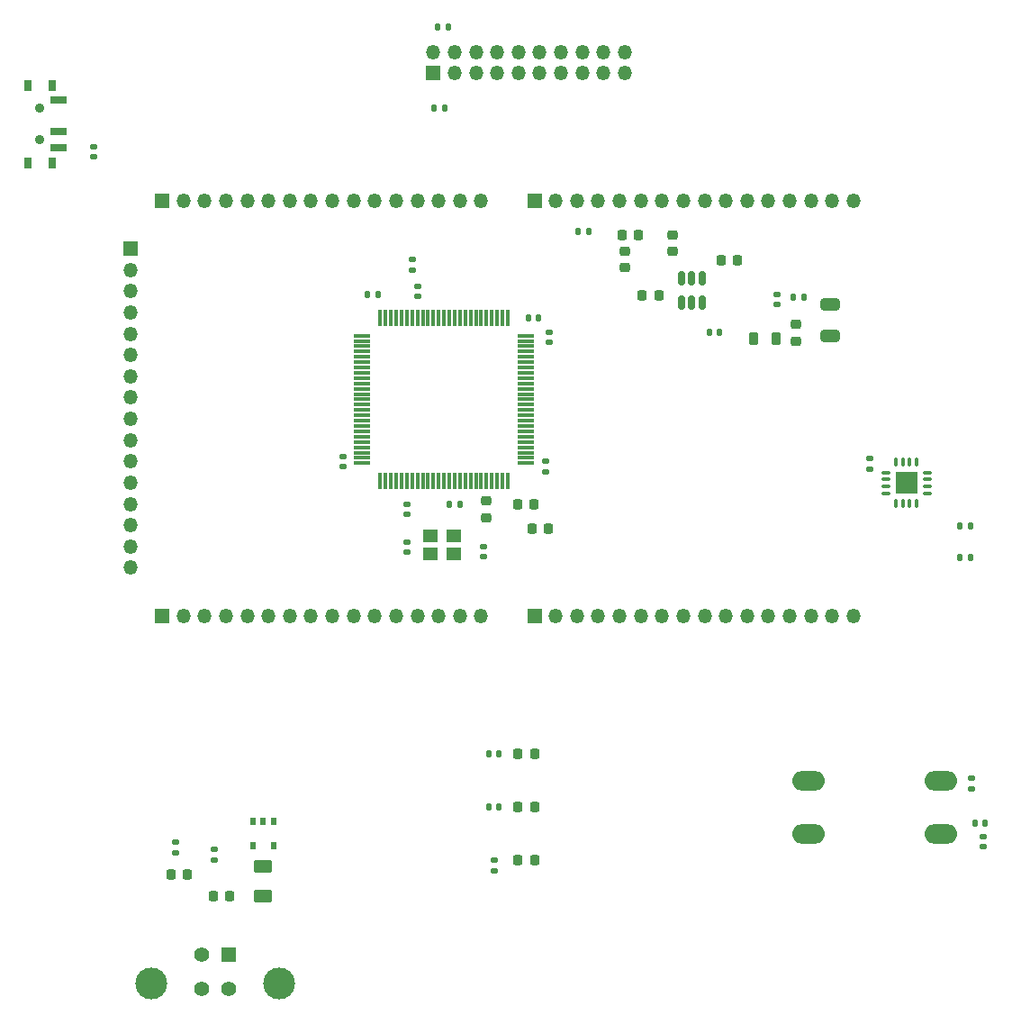
<source format=gbr>
%TF.GenerationSoftware,KiCad,Pcbnew,7.0.6*%
%TF.CreationDate,2023-08-18T22:01:20-04:00*%
%TF.ProjectId,mcu design,6d637520-6465-4736-9967-6e2e6b696361,rev?*%
%TF.SameCoordinates,Original*%
%TF.FileFunction,Soldermask,Top*%
%TF.FilePolarity,Negative*%
%FSLAX46Y46*%
G04 Gerber Fmt 4.6, Leading zero omitted, Abs format (unit mm)*
G04 Created by KiCad (PCBNEW 7.0.6) date 2023-08-18 22:01:20*
%MOMM*%
%LPD*%
G01*
G04 APERTURE LIST*
G04 Aperture macros list*
%AMRoundRect*
0 Rectangle with rounded corners*
0 $1 Rounding radius*
0 $2 $3 $4 $5 $6 $7 $8 $9 X,Y pos of 4 corners*
0 Add a 4 corners polygon primitive as box body*
4,1,4,$2,$3,$4,$5,$6,$7,$8,$9,$2,$3,0*
0 Add four circle primitives for the rounded corners*
1,1,$1+$1,$2,$3*
1,1,$1+$1,$4,$5*
1,1,$1+$1,$6,$7*
1,1,$1+$1,$8,$9*
0 Add four rect primitives between the rounded corners*
20,1,$1+$1,$2,$3,$4,$5,0*
20,1,$1+$1,$4,$5,$6,$7,0*
20,1,$1+$1,$6,$7,$8,$9,0*
20,1,$1+$1,$8,$9,$2,$3,0*%
G04 Aperture macros list end*
%ADD10RoundRect,0.140000X-0.140000X-0.170000X0.140000X-0.170000X0.140000X0.170000X-0.140000X0.170000X0*%
%ADD11RoundRect,0.225000X0.250000X-0.225000X0.250000X0.225000X-0.250000X0.225000X-0.250000X-0.225000X0*%
%ADD12R,1.350000X1.350000*%
%ADD13O,1.350000X1.350000*%
%ADD14R,0.510000X0.700000*%
%ADD15RoundRect,0.225000X-0.225000X-0.250000X0.225000X-0.250000X0.225000X0.250000X-0.225000X0.250000X0*%
%ADD16RoundRect,0.140000X0.140000X0.170000X-0.140000X0.170000X-0.140000X-0.170000X0.140000X-0.170000X0*%
%ADD17RoundRect,0.140000X0.170000X-0.140000X0.170000X0.140000X-0.170000X0.140000X-0.170000X-0.140000X0*%
%ADD18RoundRect,0.140000X-0.170000X0.140000X-0.170000X-0.140000X0.170000X-0.140000X0.170000X0.140000X0*%
%ADD19R,1.400000X1.200000*%
%ADD20RoundRect,0.225000X-0.250000X0.225000X-0.250000X-0.225000X0.250000X-0.225000X0.250000X0.225000X0*%
%ADD21RoundRect,0.225000X0.225000X0.250000X-0.225000X0.250000X-0.225000X-0.250000X0.225000X-0.250000X0*%
%ADD22R,1.400000X1.400000*%
%ADD23C,1.400000*%
%ADD24C,3.000000*%
%ADD25O,3.048000X1.850000*%
%ADD26RoundRect,0.075000X-0.350000X-0.075000X0.350000X-0.075000X0.350000X0.075000X-0.350000X0.075000X0*%
%ADD27RoundRect,0.075000X-0.075000X-0.350000X0.075000X-0.350000X0.075000X0.350000X-0.075000X0.350000X0*%
%ADD28R,2.100000X2.100000*%
%ADD29RoundRect,0.250000X0.625000X-0.375000X0.625000X0.375000X-0.625000X0.375000X-0.625000X-0.375000X0*%
%ADD30RoundRect,0.250000X-0.650000X0.325000X-0.650000X-0.325000X0.650000X-0.325000X0.650000X0.325000X0*%
%ADD31RoundRect,0.150000X-0.150000X0.512500X-0.150000X-0.512500X0.150000X-0.512500X0.150000X0.512500X0*%
%ADD32RoundRect,0.075000X0.075000X-0.725000X0.075000X0.725000X-0.075000X0.725000X-0.075000X-0.725000X0*%
%ADD33RoundRect,0.075000X0.725000X-0.075000X0.725000X0.075000X-0.725000X0.075000X-0.725000X-0.075000X0*%
%ADD34R,0.800000X1.000000*%
%ADD35C,0.900000*%
%ADD36R,1.500000X0.700000*%
%ADD37RoundRect,0.218750X-0.218750X-0.381250X0.218750X-0.381250X0.218750X0.381250X-0.218750X0.381250X0*%
G04 APERTURE END LIST*
D10*
%TO.C,C16*%
X115020000Y-72550000D03*
X115980000Y-72550000D03*
%TD*%
%TO.C,C23*%
X74406000Y-50055000D03*
X75366000Y-50055000D03*
%TD*%
D11*
%TO.C,C10*%
X88000000Y-43775000D03*
X88000000Y-42225000D03*
%TD*%
D12*
%TO.C,J10*%
X65500000Y-27000000D03*
D13*
X65500000Y-25000000D03*
X67500000Y-27000000D03*
X67500000Y-25000000D03*
X69500000Y-27000000D03*
X69500000Y-25000000D03*
X71500000Y-27000000D03*
X71500000Y-25000000D03*
X73500000Y-27000000D03*
X73500000Y-25000000D03*
X75500000Y-27000000D03*
X75500000Y-25000000D03*
X77500000Y-27000000D03*
X77500000Y-25000000D03*
X79500000Y-27000000D03*
X79500000Y-25000000D03*
X81500000Y-27000000D03*
X81500000Y-25000000D03*
X83500000Y-27000000D03*
X83500000Y-25000000D03*
%TD*%
D14*
%TO.C,Q1*%
X50450000Y-97340000D03*
X49500000Y-97340000D03*
X48550000Y-97340000D03*
X48550000Y-99660000D03*
X50450000Y-99660000D03*
%TD*%
D15*
%TO.C,C26*%
X85145000Y-47910000D03*
X86695000Y-47910000D03*
%TD*%
%TO.C,C9*%
X44825000Y-104400000D03*
X46375000Y-104400000D03*
%TD*%
D16*
%TO.C,R3*%
X71683500Y-91001000D03*
X70723500Y-91001000D03*
%TD*%
D12*
%TO.C,J16*%
X40000000Y-39000000D03*
D13*
X42000000Y-39000000D03*
X44000000Y-39000000D03*
X46000000Y-39000000D03*
X48000000Y-39000000D03*
X50000000Y-39000000D03*
X52000000Y-39000000D03*
X54000000Y-39000000D03*
X56000000Y-39000000D03*
X58000000Y-39000000D03*
X60000000Y-39000000D03*
X62000000Y-39000000D03*
X64000000Y-39000000D03*
X66000000Y-39000000D03*
X68000000Y-39000000D03*
X70000000Y-39000000D03*
%TD*%
D17*
%TO.C,C3*%
X70180000Y-72490000D03*
X70180000Y-71530000D03*
%TD*%
D18*
%TO.C,R7*%
X116144000Y-93295000D03*
X116144000Y-94255000D03*
%TD*%
D12*
%TO.C,J11*%
X37000000Y-43500000D03*
D13*
X37000000Y-45500000D03*
X37000000Y-47500000D03*
X37000000Y-49500000D03*
X37000000Y-51500000D03*
X37000000Y-53500000D03*
X37000000Y-55500000D03*
X37000000Y-57500000D03*
X37000000Y-59500000D03*
X37000000Y-61500000D03*
X37000000Y-63500000D03*
X37000000Y-65500000D03*
X37000000Y-67500000D03*
X37000000Y-69500000D03*
X37000000Y-71500000D03*
X37000000Y-73500000D03*
%TD*%
D19*
%TO.C,Y2*%
X67410000Y-70500000D03*
X65210000Y-70500000D03*
X65210000Y-72200000D03*
X67410000Y-72200000D03*
%TD*%
D20*
%TO.C,C24*%
X99600000Y-50625000D03*
X99600000Y-52175000D03*
%TD*%
D21*
%TO.C,D2*%
X75000000Y-91000000D03*
X73450000Y-91000000D03*
%TD*%
D16*
%TO.C,C25*%
X80090000Y-41890000D03*
X79130000Y-41890000D03*
%TD*%
%TO.C,C4*%
X67980000Y-67500000D03*
X67020000Y-67500000D03*
%TD*%
D18*
%TO.C,C20*%
X76400000Y-51349000D03*
X76400000Y-52309000D03*
%TD*%
D17*
%TO.C,C1*%
X63010000Y-72030000D03*
X63010000Y-71070000D03*
%TD*%
D10*
%TO.C,C6*%
X65580000Y-30300000D03*
X66540000Y-30300000D03*
%TD*%
%TO.C,C18*%
X91460000Y-51410000D03*
X92420000Y-51410000D03*
%TD*%
D22*
%TO.C,J12*%
X46230000Y-109890000D03*
D23*
X43730000Y-109890000D03*
X43730000Y-113090000D03*
X46230000Y-113090000D03*
D24*
X38960000Y-112600000D03*
X51000000Y-112600000D03*
%TD*%
D18*
%TO.C,C14*%
X76040000Y-63500000D03*
X76040000Y-64460000D03*
%TD*%
D21*
%TO.C,FB1*%
X94095000Y-44570000D03*
X92545000Y-44570000D03*
%TD*%
D17*
%TO.C,R19*%
X71191500Y-101980000D03*
X71191500Y-101020000D03*
%TD*%
%TO.C,R17*%
X97810000Y-48740000D03*
X97810000Y-47780000D03*
%TD*%
D11*
%TO.C,FB2*%
X70500000Y-68775000D03*
X70500000Y-67225000D03*
%TD*%
D25*
%TO.C,SW4*%
X100760000Y-93500000D03*
X113260000Y-93500000D03*
X100760000Y-98500000D03*
X113260000Y-98500000D03*
%TD*%
D26*
%TO.C,U2*%
X108025000Y-64550000D03*
X108025000Y-65200000D03*
X108025000Y-65850000D03*
X108025000Y-66500000D03*
D27*
X109000000Y-67475000D03*
X109650000Y-67475000D03*
X110300000Y-67475000D03*
X110950000Y-67475000D03*
D26*
X111925000Y-66500000D03*
X111925000Y-65850000D03*
X111925000Y-65200000D03*
X111925000Y-64550000D03*
D27*
X110950000Y-63575000D03*
X110300000Y-63575000D03*
X109650000Y-63575000D03*
X109000000Y-63575000D03*
D28*
X109975000Y-65525000D03*
%TD*%
D21*
%TO.C,D1*%
X75000000Y-96000000D03*
X73450000Y-96000000D03*
%TD*%
D18*
%TO.C,C5*%
X117180000Y-98742000D03*
X117180000Y-99702000D03*
%TD*%
D29*
%TO.C,F1*%
X49500000Y-104400000D03*
X49500000Y-101600000D03*
%TD*%
D12*
%TO.C,J2*%
X75000000Y-39000000D03*
D13*
X77000000Y-39000000D03*
X79000000Y-39000000D03*
X81000000Y-39000000D03*
X83000000Y-39000000D03*
X85000000Y-39000000D03*
X87000000Y-39000000D03*
X89000000Y-39000000D03*
X91000000Y-39000000D03*
X93000000Y-39000000D03*
X95000000Y-39000000D03*
X97000000Y-39000000D03*
X99000000Y-39000000D03*
X101000000Y-39000000D03*
X103000000Y-39000000D03*
X105000000Y-39000000D03*
%TD*%
D30*
%TO.C,C17*%
X102770000Y-48725000D03*
X102770000Y-51675000D03*
%TD*%
D17*
%TO.C,R6*%
X63500000Y-45500000D03*
X63500000Y-44540000D03*
%TD*%
D21*
%TO.C,D0*%
X75000000Y-101000000D03*
X73450000Y-101000000D03*
%TD*%
D16*
%TO.C,R2*%
X71671500Y-96001000D03*
X70711500Y-96001000D03*
%TD*%
D12*
%TO.C,J13*%
X75000000Y-78000000D03*
D13*
X77000000Y-78000000D03*
X79000000Y-78000000D03*
X81000000Y-78000000D03*
X83000000Y-78000000D03*
X85000000Y-78000000D03*
X87000000Y-78000000D03*
X89000000Y-78000000D03*
X91000000Y-78000000D03*
X93000000Y-78000000D03*
X95000000Y-78000000D03*
X97000000Y-78000000D03*
X99000000Y-78000000D03*
X101000000Y-78000000D03*
X103000000Y-78000000D03*
X105000000Y-78000000D03*
%TD*%
D18*
%TO.C,R11*%
X41230000Y-99310000D03*
X41230000Y-100270000D03*
%TD*%
D17*
%TO.C,C2*%
X106500000Y-64222000D03*
X106500000Y-63262000D03*
%TD*%
D12*
%TO.C,J15*%
X40000000Y-78000000D03*
D13*
X42000000Y-78000000D03*
X44000000Y-78000000D03*
X46000000Y-78000000D03*
X48000000Y-78000000D03*
X50000000Y-78000000D03*
X52000000Y-78000000D03*
X54000000Y-78000000D03*
X56000000Y-78000000D03*
X58000000Y-78000000D03*
X60000000Y-78000000D03*
X62000000Y-78000000D03*
X64000000Y-78000000D03*
X66000000Y-78000000D03*
X68000000Y-78000000D03*
X70000000Y-78000000D03*
%TD*%
D17*
%TO.C,C13*%
X57000000Y-63993000D03*
X57000000Y-63033000D03*
%TD*%
D31*
%TO.C,U3*%
X90750000Y-46262500D03*
X89800000Y-46262500D03*
X88850000Y-46262500D03*
X88850000Y-48537500D03*
X89800000Y-48537500D03*
X90750000Y-48537500D03*
%TD*%
D18*
%TO.C,C21*%
X63000000Y-67500000D03*
X63000000Y-68460000D03*
%TD*%
D10*
%TO.C,C7*%
X65920000Y-22700000D03*
X66880000Y-22700000D03*
%TD*%
%TO.C,R8*%
X116425000Y-97500000D03*
X117385000Y-97500000D03*
%TD*%
D18*
%TO.C,R10*%
X44860000Y-100000000D03*
X44860000Y-100960000D03*
%TD*%
D15*
%TO.C,C8*%
X74785000Y-69860000D03*
X76335000Y-69860000D03*
%TD*%
D32*
%TO.C,U1*%
X60500000Y-65350000D03*
X61000000Y-65350000D03*
X61500000Y-65350000D03*
X62000000Y-65350000D03*
X62500000Y-65350000D03*
X63000000Y-65350000D03*
X63500000Y-65350000D03*
X64000000Y-65350000D03*
X64500000Y-65350000D03*
X65000000Y-65350000D03*
X65500000Y-65350000D03*
X66000000Y-65350000D03*
X66500000Y-65350000D03*
X67000000Y-65350000D03*
X67500000Y-65350000D03*
X68000000Y-65350000D03*
X68500000Y-65350000D03*
X69000000Y-65350000D03*
X69500000Y-65350000D03*
X70000000Y-65350000D03*
X70500000Y-65350000D03*
X71000000Y-65350000D03*
X71500000Y-65350000D03*
X72000000Y-65350000D03*
X72500000Y-65350000D03*
D33*
X74175000Y-63675000D03*
X74175000Y-63175000D03*
X74175000Y-62675000D03*
X74175000Y-62175000D03*
X74175000Y-61675000D03*
X74175000Y-61175000D03*
X74175000Y-60675000D03*
X74175000Y-60175000D03*
X74175000Y-59675000D03*
X74175000Y-59175000D03*
X74175000Y-58675000D03*
X74175000Y-58175000D03*
X74175000Y-57675000D03*
X74175000Y-57175000D03*
X74175000Y-56675000D03*
X74175000Y-56175000D03*
X74175000Y-55675000D03*
X74175000Y-55175000D03*
X74175000Y-54675000D03*
X74175000Y-54175000D03*
X74175000Y-53675000D03*
X74175000Y-53175000D03*
X74175000Y-52675000D03*
X74175000Y-52175000D03*
X74175000Y-51675000D03*
D32*
X72500000Y-50000000D03*
X72000000Y-50000000D03*
X71500000Y-50000000D03*
X71000000Y-50000000D03*
X70500000Y-50000000D03*
X70000000Y-50000000D03*
X69500000Y-50000000D03*
X69000000Y-50000000D03*
X68500000Y-50000000D03*
X68000000Y-50000000D03*
X67500000Y-50000000D03*
X67000000Y-50000000D03*
X66500000Y-50000000D03*
X66000000Y-50000000D03*
X65500000Y-50000000D03*
X65000000Y-50000000D03*
X64500000Y-50000000D03*
X64000000Y-50000000D03*
X63500000Y-50000000D03*
X63000000Y-50000000D03*
X62500000Y-50000000D03*
X62000000Y-50000000D03*
X61500000Y-50000000D03*
X61000000Y-50000000D03*
X60500000Y-50000000D03*
D33*
X58825000Y-51675000D03*
X58825000Y-52175000D03*
X58825000Y-52675000D03*
X58825000Y-53175000D03*
X58825000Y-53675000D03*
X58825000Y-54175000D03*
X58825000Y-54675000D03*
X58825000Y-55175000D03*
X58825000Y-55675000D03*
X58825000Y-56175000D03*
X58825000Y-56675000D03*
X58825000Y-57175000D03*
X58825000Y-57675000D03*
X58825000Y-58175000D03*
X58825000Y-58675000D03*
X58825000Y-59175000D03*
X58825000Y-59675000D03*
X58825000Y-60175000D03*
X58825000Y-60675000D03*
X58825000Y-61175000D03*
X58825000Y-61675000D03*
X58825000Y-62175000D03*
X58825000Y-62675000D03*
X58825000Y-63175000D03*
X58825000Y-63675000D03*
%TD*%
D17*
%TO.C,R9*%
X64040000Y-47980000D03*
X64040000Y-47020000D03*
%TD*%
D15*
%TO.C,C12*%
X73405000Y-67500000D03*
X74955000Y-67500000D03*
%TD*%
D10*
%TO.C,C15*%
X115040000Y-69550000D03*
X116000000Y-69550000D03*
%TD*%
D20*
%TO.C,FB3*%
X83500000Y-43725000D03*
X83500000Y-45275000D03*
%TD*%
D10*
%TO.C,C22*%
X59320000Y-47800000D03*
X60280000Y-47800000D03*
%TD*%
%TO.C,R18*%
X99380000Y-48070000D03*
X100340000Y-48070000D03*
%TD*%
D34*
%TO.C,SW2*%
X29625000Y-28130000D03*
X27415000Y-28130000D03*
D35*
X28515000Y-30280000D03*
X28515000Y-33280000D03*
D34*
X29625000Y-35430000D03*
X27415000Y-35430000D03*
D36*
X30275000Y-29530000D03*
X30275000Y-32530000D03*
X30275000Y-34030000D03*
%TD*%
D17*
%TO.C,R1*%
X33515000Y-34894000D03*
X33515000Y-33934000D03*
%TD*%
D21*
%TO.C,C11*%
X42355000Y-102350000D03*
X40805000Y-102350000D03*
%TD*%
D15*
%TO.C,C19*%
X83235000Y-42190000D03*
X84785000Y-42190000D03*
%TD*%
D37*
%TO.C,L1*%
X95600000Y-51961000D03*
X97725000Y-51961000D03*
%TD*%
M02*

</source>
